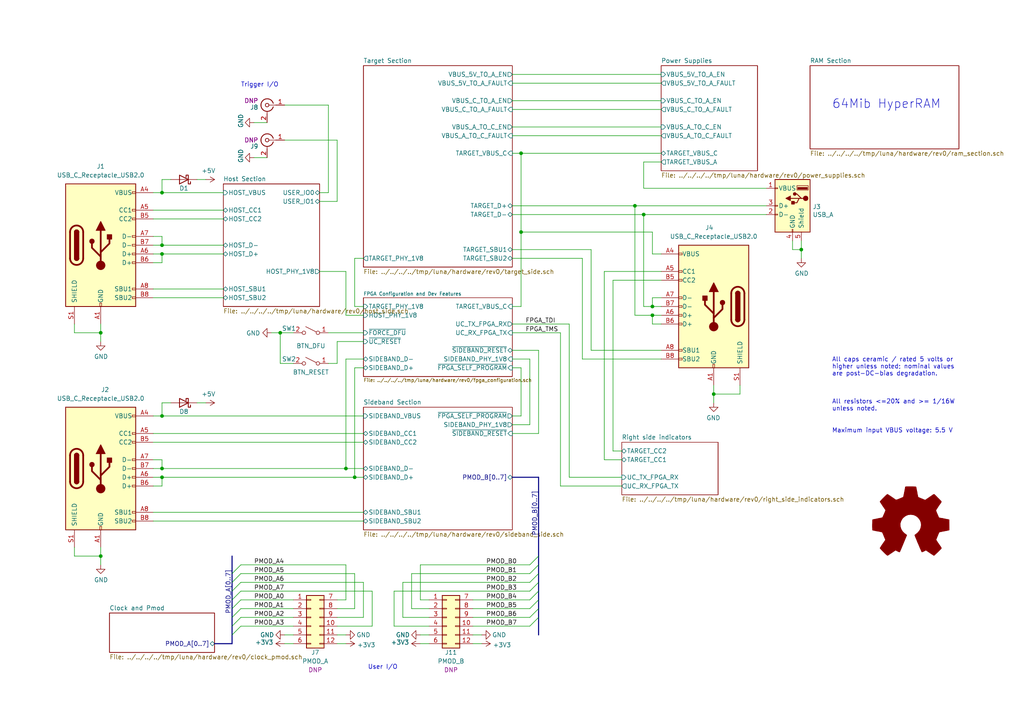
<source format=kicad_sch>
(kicad_sch (version 20230121) (generator eeschema)
  (paper "A4")
  (title_block (title "LUNA USB Multitool") (date "2021-03-10") (rev "r0") (company "Copyright 2019-2021 Great Scott Gadgets") (comment 1 "Katherine J. Temkin") (comment 3 "Licensed under the CERN-OHL-P v2"))
  (lib_symbols
    (symbol "Connector:Conn_Coaxial" (pin_names (offset 1.016) hide)
      (property "Reference" "J" (at 0.254 3.048 0))
      (property "Value" "Conn_Coaxial" (at 2.921 0 90))
      (symbol "Conn_Coaxial_0_1"
        (arc (start -1.778 -0.508) (mid 0.2311 -1.8066) (end 1.778 0) (stroke (width 0.254)))
        (polyline (pts (xy -2.54 0) (xy -0.508 0)))
        (polyline (pts (xy 0 -2.54) (xy 0 -1.778)))
        (circle (center 0 0) (radius 0.508) (stroke (width 0.2032)))
        (arc (start 1.778 0) (mid 0.2099 1.8101) (end -1.778 0.508) (stroke (width 0.254)))
      )
      (symbol "Conn_Coaxial_1_1"
        (pin passive line (at -5.08 0 0) (length 2.54) (name "In") (number "1"))
        (pin passive line (at 0 -5.08 90) (length 2.54) (name "Ext") (number "2"))
      )
    )
    (symbol "Connector_Generic:Conn_02x06_Top_Bottom" (pin_names (offset 1.016) hide)
      (property "Reference" "J" (at 1.27 7.62 0))
      (property "Value" "Conn_02x06_Top_Bottom" (at 1.27 -10.16 0))
      (symbol "Conn_02x06_Top_Bottom_1_1"
        (rectangle (start -1.27 -7.493) (end 0 -7.747) (stroke (width 0.1524)))
        (rectangle (start -1.27 -4.953) (end 0 -5.207) (stroke (width 0.1524)))
        (rectangle (start -1.27 -2.413) (end 0 -2.667) (stroke (width 0.1524)))
        (rectangle (start -1.27 0.127) (end 0 -0.127) (stroke (width 0.1524)))
        (rectangle (start -1.27 2.667) (end 0 2.413) (stroke (width 0.1524)))
        (rectangle (start -1.27 5.207) (end 0 4.953) (stroke (width 0.1524)))
        (rectangle (start -1.27 6.35) (end 3.81 -8.89) (stroke (width 0.254)) (fill (type background)))
        (rectangle (start 3.81 -7.493) (end 2.54 -7.747) (stroke (width 0.1524)))
        (rectangle (start 3.81 -4.953) (end 2.54 -5.207) (stroke (width 0.1524)))
        (rectangle (start 3.81 -2.413) (end 2.54 -2.667) (stroke (width 0.1524)))
        (rectangle (start 3.81 0.127) (end 2.54 -0.127) (stroke (width 0.1524)))
        (rectangle (start 3.81 2.667) (end 2.54 2.413) (stroke (width 0.1524)))
        (rectangle (start 3.81 5.207) (end 2.54 4.953) (stroke (width 0.1524)))
        (pin passive line (at -5.08 5.08 0) (length 3.81) (name "Pin_1") (number "1"))
        (pin passive line (at 7.62 -2.54 180) (length 3.81) (name "Pin_10") (number "10"))
        (pin passive line (at 7.62 -5.08 180) (length 3.81) (name "Pin_11") (number "11"))
        (pin passive line (at 7.62 -7.62 180) (length 3.81) (name "Pin_12") (number "12"))
        (pin passive line (at -5.08 2.54 0) (length 3.81) (name "Pin_2") (number "2"))
        (pin passive line (at -5.08 0 0) (length 3.81) (name "Pin_3") (number "3"))
        (pin passive line (at -5.08 -2.54 0) (length 3.81) (name "Pin_4") (number "4"))
        (pin passive line (at -5.08 -5.08 0) (length 3.81) (name "Pin_5") (number "5"))
        (pin passive line (at -5.08 -7.62 0) (length 3.81) (name "Pin_6") (number "6"))
        (pin passive line (at 7.62 5.08 180) (length 3.81) (name "Pin_7") (number "7"))
        (pin passive line (at 7.62 2.54 180) (length 3.81) (name "Pin_8") (number "8"))
        (pin passive line (at 7.62 0 180) (length 3.81) (name "Pin_9") (number "9"))
      )
    )
    (symbol "Device:D_Schottky" (pin_numbers hide) (pin_names (offset 1.016) hide)
      (property "Reference" "D" (at 0 2.54 0))
      (property "Value" "D_Schottky" (at 0 -2.54 0))
      (symbol "D_Schottky_0_1"
        (polyline (pts (xy 1.27 0) (xy -1.27 0)))
        (polyline (pts (xy 1.27 1.27) (xy 1.27 -1.27) (xy -1.27 0) (xy 1.27 1.27)) (stroke (width 0.254)))
        (polyline (pts (xy -1.905 0.635) (xy -1.905 1.27) (xy -1.27 1.27) (xy -1.27 -1.27) (xy -0.635 -1.27) (xy -0.635 -0.635)) (stroke (width 0.254)))
      )
      (symbol "D_Schottky_1_1"
        (pin passive line (at -3.81 0 0) (length 2.54) (name "K") (number "1"))
        (pin passive line (at 3.81 0 180) (length 2.54) (name "A") (number "2"))
      )
    )
    (symbol "Graphic:Logo_Open_Hardware_Large" (in_bom no) (on_board no)
      (symbol "Logo_Open_Hardware_Large_1_1"
        (polyline (pts (xy 6.731 -8.7122) (xy 6.6294 -8.6614) (xy 6.35 -8.4836) (xy 5.9944 -8.255) (xy 5.5372 -7.9502) (xy 5.1054 -7.6454) (xy 4.7498 -7.4168) (xy 4.4958 -7.239) (xy 4.3942 -7.1882) (xy 4.318 -7.2136) (xy 4.1148 -7.3152) (xy 3.81 -7.4676) (xy 3.6322 -7.5692) (xy 3.3528 -7.6708) (xy 3.2258 -7.6962) (xy 3.2004 -7.6708) (xy 3.0988 -7.4676) (xy 2.9464 -7.0866) (xy 2.7178 -6.604) (xy 2.4892 -6.0452) (xy 2.2352 -5.4356) (xy 1.9558 -4.826) (xy 1.7272 -4.2164) (xy 1.4986 -3.683) (xy 1.3208 -3.2512) (xy 1.2192 -2.9464) (xy 1.1684 -2.8194) (xy 1.1938 -2.794) (xy 1.3208 -2.667) (xy 1.5748 -2.4892) (xy 2.0828 -2.0574) (xy 2.6162 -1.397) (xy 2.921 -0.6604) (xy 3.048 0.1524) (xy 2.9464 0.9144) (xy 2.6416 1.6256) (xy 2.1336 2.286) (xy 1.524 2.7686) (xy 0.8128 3.0734) (xy 0 3.175) (xy -0.762 3.0988) (xy -1.4986 2.794) (xy -2.159 2.286) (xy -2.4384 1.9812) (xy -2.8194 1.3208) (xy -3.048 0.6096) (xy -3.0734 0.4318) (xy -3.0226 -0.3556) (xy -2.794 -1.0922) (xy -2.3876 -1.7526) (xy -1.8288 -2.3114) (xy -1.7526 -2.3622) (xy -1.4732 -2.5654) (xy -1.2954 -2.6924) (xy -1.1684 -2.8194) (xy -2.159 -5.207) (xy -2.3114 -5.588) (xy -2.5908 -6.2484) (xy -2.8194 -6.8072) (xy -3.0226 -7.2644) (xy -3.1496 -7.5692) (xy -3.2258 -7.6708) (xy -3.2258 -7.6962) (xy -3.302 -7.6962) (xy -3.4798 -7.6454) (xy -3.8354 -7.4676) (xy -4.0386 -7.366) (xy -4.2926 -7.239) (xy -4.4196 -7.1882) (xy -4.5212 -7.239) (xy -4.7498 -7.3914) (xy -5.1054 -7.6454) (xy -5.5372 -7.9248) (xy -5.9436 -8.2042) (xy -6.3246 -8.4582) (xy -6.604 -8.636) (xy -6.731 -8.7122) (xy -6.7564 -8.7122) (xy -6.858 -8.636) (xy -7.0866 -8.4582) (xy -7.4168 -8.1534) (xy -7.874 -7.6962) (xy -7.9502 -7.62) (xy -8.3312 -7.239) (xy -8.636 -6.9088) (xy -8.8392 -6.6802) (xy -8.9154 -6.5786) (xy -8.9154 -6.5786) (xy -8.8392 -6.4516) (xy -8.6614 -6.1722) (xy -8.4328 -5.7912) (xy -8.128 -5.3594) (xy -7.3152 -4.191) (xy -7.7724 -3.0988) (xy -7.8994 -2.7686) (xy -8.0772 -2.3622) (xy -8.2042 -2.0828) (xy -8.255 -1.9558) (xy -8.382 -1.905) (xy -8.6614 -1.8542) (xy -9.0932 -1.7526) (xy -9.6266 -1.651) (xy -10.1092 -1.5748) (xy -10.541 -1.4732) (xy -10.8712 -1.4224) (xy -11.0236 -1.397) (xy -11.049 -1.3716) (xy -11.0744 -1.2954) (xy -11.0998 -1.143) (xy -11.0998 -0.889) (xy -11.1252 -0.4572) (xy -11.1252 0.1524) (xy -11.1252 0.2286) (xy -11.0998 0.8128) (xy -11.0998 1.27) (xy -11.0744 1.5494) (xy -11.0744 1.6764) (xy -11.0744 1.6764) (xy -10.922 1.7018) (xy -10.6172 1.778) (xy -10.16 1.8542) (xy -9.652 1.9558) (xy -9.6012 1.9812) (xy -9.0932 2.0828) (xy -8.636 2.159) (xy -8.3312 2.2352) (xy -8.2042 2.286) (xy -8.1788 2.3114) (xy -8.0772 2.5146) (xy -7.9248 2.8448) (xy -7.747 3.2512) (xy -7.5692 3.6576) (xy -7.4168 4.0386) (xy -7.3152 4.318) (xy -7.2898 4.445) (xy -7.2898 4.445) (xy -7.366 4.572) (xy -7.5438 4.826) (xy -7.7978 5.207) (xy -8.128 5.6642) (xy -8.128 5.6896) (xy -8.4328 6.1468) (xy -8.6868 6.5278) (xy -8.8392 6.7818) (xy -8.9154 6.9088) (xy -8.9154 6.9088) (xy -8.8138 7.0358) (xy -8.5852 7.2898) (xy -8.255 7.6454) (xy -7.874 8.0264) (xy -7.747 8.1534) (xy -7.3152 8.5852) (xy -7.0104 8.8646) (xy -6.8326 8.9916) (xy -6.731 9.0424) (xy -6.731 9.0424) (xy -6.604 8.9408) (xy -6.3246 8.763) (xy -5.9436 8.509) (xy -5.4864 8.2042) (xy -5.461 8.1788) (xy -5.0038 7.874) (xy -4.6482 7.62) (xy -4.3688 7.4422) (xy -4.2672 7.3914) (xy -4.2418 7.3914) (xy -4.064 7.4422) (xy -3.7338 7.5438) (xy -3.3528 7.6962) (xy -2.9464 7.874) (xy -2.5654 8.0264) (xy -2.286 8.1534) (xy -2.159 8.2296) (xy -2.159 8.2296) (xy -2.1082 8.382) (xy -2.032 8.7122) (xy -1.9304 9.1694) (xy -1.8288 9.7282) (xy -1.8034 9.8044) (xy -1.7018 10.3378) (xy -1.6256 10.7696) (xy -1.5748 11.0744) (xy -1.524 11.2014) (xy -1.4478 11.2268) (xy -1.1938 11.2522) (xy -0.8128 11.2522) (xy -0.3302 11.2522) (xy 0.1524 11.2522) (xy 0.6604 11.2522) (xy 1.0668 11.2268) (xy 1.3716 11.2014) (xy 1.4986 11.176) (xy 1.4986 11.176) (xy 1.5494 11.0236) (xy 1.6256 10.6934) (xy 1.7018 10.2108) (xy 1.8288 9.6774) (xy 1.8288 9.5758) (xy 1.9304 9.0424) (xy 2.032 8.6106) (xy 2.0828 8.3058) (xy 2.1336 8.2042) (xy 2.159 8.1788) (xy 2.3876 8.0772) (xy 2.7432 7.9248) (xy 3.175 7.747) (xy 4.191 7.3406) (xy 5.461 8.2042) (xy 5.5626 8.2804) (xy 6.0198 8.5852) (xy 6.3754 8.8392) (xy 6.6294 8.9916) (xy 6.7564 9.0424) (xy 6.7564 9.0424) (xy 6.8834 8.9408) (xy 7.1374 8.7122) (xy 7.4676 8.382) (xy 7.8486 7.9756) (xy 8.1534 7.6962) (xy 8.4836 7.3406) (xy 8.7122 7.112) (xy 8.8392 6.9596) (xy 8.8646 6.858) (xy 8.8646 6.8072) (xy 8.7884 6.6802) (xy 8.6106 6.4008) (xy 8.3312 6.0198) (xy 8.0264 5.588) (xy 7.7978 5.207) (xy 7.5184 4.8006) (xy 7.3406 4.4958) (xy 7.2898 4.3434) (xy 7.2898 4.2926) (xy 7.3914 4.0386) (xy 7.5184 3.683) (xy 7.7216 3.2258) (xy 8.1534 2.2352) (xy 8.7884 2.1082) (xy 9.1948 2.0574) (xy 9.7536 1.9304) (xy 10.2616 1.8288) (xy 11.0998 1.6764) (xy 11.1252 -1.3208) (xy 10.9982 -1.3716) (xy 10.8712 -1.397) (xy 10.5664 -1.4732) (xy 10.1346 -1.5494) (xy 9.6266 -1.651) (xy 9.1948 -1.7272) (xy 8.7376 -1.8288) (xy 8.4328 -1.8796) (xy 8.2804 -1.905) (xy 8.255 -1.9558) (xy 8.1534 -2.159) (xy 7.9756 -2.5146) (xy 7.8232 -2.921) (xy 7.6454 -3.3274) (xy 7.493 -3.7338) (xy 7.366 -4.0132) (xy 7.3406 -4.191) (xy 7.3914 -4.2926) (xy 7.5692 -4.5466) (xy 7.7978 -4.9276) (xy 8.1026 -5.3594) (xy 8.4074 -5.7912) (xy 8.6614 -6.1722) (xy 8.8138 -6.4262) (xy 8.89 -6.5532) (xy 8.8646 -6.6548) (xy 8.6868 -6.858) (xy 8.3566 -7.1882) (xy 7.874 -7.6708) (xy 7.7978 -7.747) (xy 7.3914 -8.128) (xy 7.0612 -8.4328) (xy 6.8326 -8.636) (xy 6.731 -8.7122)) (fill (type outline)))
      )
    )
    (symbol "Switch:SW_SPST" (pin_names (offset 0) hide)
      (property "Reference" "SW" (at 0 3.175 0))
      (property "Value" "SW_SPST" (at 0 -2.54 0))
      (symbol "SW_SPST_0_0"
        (circle (center -2.032 0) (radius 0.508))
        (polyline (pts (xy -1.524 0.254) (xy 1.524 1.778)))
        (circle (center 2.032 0) (radius 0.508))
      )
      (symbol "SW_SPST_1_1"
        (pin passive line (at -5.08 0 0) (length 2.54) (name "A") (number "1"))
        (pin passive line (at 5.08 0 180) (length 2.54) (name "B") (number "2"))
      )
    )
    (symbol "luna_rev0-rescue:USB_A-Connector" (pin_names (offset 1.016))
      (property "Reference" "J" (at -5.08 11.43 0))
      (property "Value" "Connector_USB_A" (at -5.08 8.89 0))
      (symbol "USB_A-Connector_0_1"
        (rectangle (start -5.08 -7.62) (end 5.08 7.62) (stroke (width 0.254)) (fill (type background)))
        (circle (center -3.81 2.159) (radius 0.635) (stroke (width 0.254)) (fill (type outline)))
        (rectangle (start -1.524 4.826) (end -4.318 5.334) (fill (type outline)))
        (rectangle (start -1.27 4.572) (end -4.572 5.842))
        (circle (center -0.635 3.429) (radius 0.381) (stroke (width 0.254)) (fill (type outline)))
        (rectangle (start -0.127 -7.62) (end 0.127 -6.858))
        (polyline (pts (xy -3.175 2.159) (xy -2.54 2.159) (xy -1.27 3.429) (xy -0.635 3.429)) (stroke (width 0.254)))
        (polyline (pts (xy -2.54 2.159) (xy -1.905 2.159) (xy -1.27 0.889) (xy 0 0.889)) (stroke (width 0.254)))
        (polyline (pts (xy 0.635 2.794) (xy 0.635 1.524) (xy 1.905 2.159) (xy 0.635 2.794)) (stroke (width 0.254)) (fill (type outline)))
        (rectangle (start 0.254 1.27) (end -0.508 0.508) (stroke (width 0.254)) (fill (type outline)))
        (rectangle (start 5.08 -2.667) (end 4.318 -2.413))
        (rectangle (start 5.08 -0.127) (end 4.318 0.127))
        (rectangle (start 5.08 4.953) (end 4.318 5.207))
      )
      (symbol "USB_A-Connector_1_1"
        (polyline (pts (xy -1.905 2.159) (xy 0.635 2.159)) (stroke (width 0.254)))
        (pin power_in line (at 7.62 5.08 180) (length 2.54) (name "VBUS") (number "1"))
        (pin passive line (at 7.62 -2.54 180) (length 2.54) (name "D-") (number "2"))
        (pin passive line (at 7.62 0 180) (length 2.54) (name "D+") (number "3"))
        (pin power_in line (at 0 -10.16 90) (length 2.54) (name "GND") (number "4"))
        (pin passive line (at -2.54 -10.16 90) (length 2.54) (name "Shield") (number "5"))
      )
    )
    (symbol "luna_rev0-rescue:USB_C_Receptacle_USB2.0-Connector" (pin_names (offset 1.016))
      (property "Reference" "J" (at -10.16 19.05 0))
      (property "Value" "Connector_USB_C_Receptacle_USB2.0" (at 19.05 19.05 0))
      (symbol "USB_C_Receptacle_USB2.0-Connector_0_0"
        (rectangle (start -0.254 -17.78) (end 0.254 -16.764))
        (rectangle (start 10.16 -14.986) (end 9.144 -15.494))
        (rectangle (start 10.16 -12.446) (end 9.144 -12.954))
        (rectangle (start 10.16 -4.826) (end 9.144 -5.334))
        (rectangle (start 10.16 -2.286) (end 9.144 -2.794))
        (rectangle (start 10.16 0.254) (end 9.144 -0.254))
        (rectangle (start 10.16 2.794) (end 9.144 2.286))
        (rectangle (start 10.16 7.874) (end 9.144 7.366))
        (rectangle (start 10.16 10.414) (end 9.144 9.906))
        (rectangle (start 10.16 15.494) (end 9.144 14.986))
      )
      (symbol "USB_C_Receptacle_USB2.0-Connector_0_1"
        (rectangle (start -10.16 17.78) (end 10.16 -17.78) (stroke (width 0.254)) (fill (type background)))
        (arc (start -8.89 -3.81) (mid -6.985 -5.7067) (end -5.08 -3.81) (stroke (width 0.508)))
        (arc (start -7.62 -3.81) (mid -6.985 -4.4423) (end -6.35 -3.81) (stroke (width 0.254)))
        (arc (start -7.62 -3.81) (mid -6.985 -4.4423) (end -6.35 -3.81) (stroke (width 0.254)) (fill (type outline)))
        (rectangle (start -7.62 -3.81) (end -6.35 3.81) (stroke (width 0.254)) (fill (type outline)))
        (arc (start -6.35 3.81) (mid -6.985 4.4423) (end -7.62 3.81) (stroke (width 0.254)))
        (arc (start -6.35 3.81) (mid -6.985 4.4423) (end -7.62 3.81) (stroke (width 0.254)) (fill (type outline)))
        (arc (start -5.08 3.81) (mid -6.985 5.7067) (end -8.89 3.81) (stroke (width 0.508)))
        (circle (center -2.54 1.143) (radius 0.635) (stroke (width 0.254)) (fill (type outline)))
        (circle (center 0 -5.842) (radius 1.27) (fill (type outline)))
        (polyline (pts (xy -8.89 -3.81) (xy -8.89 3.81)) (stroke (width 0.508)))
        (polyline (pts (xy -5.08 3.81) (xy -5.08 -3.81)) (stroke (width 0.508)))
        (polyline (pts (xy 0 -5.842) (xy 0 4.318)) (stroke (width 0.508)))
        (polyline (pts (xy 0 -3.302) (xy -2.54 -0.762) (xy -2.54 0.508)) (stroke (width 0.508)))
        (polyline (pts (xy 0 -2.032) (xy 2.54 0.508) (xy 2.54 1.778)) (stroke (width 0.508)))
        (polyline (pts (xy -1.27 4.318) (xy 0 6.858) (xy 1.27 4.318) (xy -1.27 4.318)) (stroke (width 0.254)) (fill (type outline)))
        (rectangle (start 1.905 1.778) (end 3.175 3.048) (stroke (width 0.254)) (fill (type outline)))
      )
      (symbol "USB_C_Receptacle_USB2.0-Connector_1_1"
        (pin power_in line (at 0 -22.86 90) (length 5.08) (name "GND") (number "A1"))
        (pin passive line (at 0 -22.86 90) (length 5.08) hide (name "GND") (number "A12"))
        (pin power_in line (at 15.24 15.24 180) (length 5.08) (name "VBUS") (number "A4"))
        (pin bidirectional line (at 15.24 10.16 180) (length 5.08) (name "CC1") (number "A5"))
        (pin bidirectional line (at 15.24 -2.54 180) (length 5.08) (name "D+") (number "A6"))
        (pin bidirectional line (at 15.24 2.54 180) (length 5.08) (name "D-") (number "A7"))
        (pin bidirectional line (at 15.24 -12.7 180) (length 5.08) (name "SBU1") (number "A8"))
        (pin passive line (at 15.24 15.24 180) (length 5.08) hide (name "VBUS") (number "A9"))
        (pin passive line (at 0 -22.86 90) (length 5.08) hide (name "GND") (number "B1"))
        (pin passive line (at 0 -22.86 90) (length 5.08) hide (name "GND") (number "B12"))
        (pin passive line (at 15.24 15.24 180) (length 5.08) hide (name "VBUS") (number "B4"))
        (pin bidirectional line (at 15.24 7.62 180) (length 5.08) (name "CC2") (number "B5"))
        (pin bidirectional line (at 15.24 -5.08 180) (length 5.08) (name "D+") (number "B6"))
        (pin bidirectional line (at 15.24 0 180) (length 5.08) (name "D-") (number "B7"))
        (pin bidirectional line (at 15.24 -15.24 180) (length 5.08) (name "SBU2") (number "B8"))
        (pin passive line (at 15.24 15.24 180) (length 5.08) hide (name "VBUS") (number "B9"))
        (pin passive line (at -7.62 -22.86 90) (length 5.08) (name "SHIELD") (number "S1"))
      )
    )
    (symbol "power:+3V3" (power) (pin_names (offset 0))
      (property "Value" "+3V3" (at 0 3.556 0))
      (symbol "+3V3_0_1"
        (polyline (pts (xy -0.762 1.27) (xy 0 2.54)))
        (polyline (pts (xy 0 0) (xy 0 2.54)))
        (polyline (pts (xy 0 2.54) (xy 0.762 1.27)))
      )
      (symbol "+3V3_1_1"
        (pin power_in line (at 0 0 90) (length 0) hide (name "+3V3") (number "1"))
      )
    )
    (symbol "power:+5V" (power) (pin_names (offset 0))
      (property "Value" "+5V" (at 0 3.556 0))
      (symbol "+5V_0_1"
        (polyline (pts (xy -0.762 1.27) (xy 0 2.54)))
        (polyline (pts (xy 0 0) (xy 0 2.54)))
        (polyline (pts (xy 0 2.54) (xy 0.762 1.27)))
      )
      (symbol "+5V_1_1"
        (pin power_in line (at 0 0 90) (length 0) hide (name "+5V") (number "1"))
      )
    )
    (symbol "power:GND" (power) (pin_names (offset 0))
      (property "Value" "GND" (at 0 -3.81 0))
      (symbol "GND_0_1"
        (polyline (pts (xy 0 0) (xy 0 -1.27) (xy 1.27 -1.27) (xy 0 -2.54) (xy -1.27 -1.27) (xy 0 -1.27)))
      )
      (symbol "GND_1_1"
        (pin power_in line (at 0 0 270) (length 0) hide (name "GND") (number "1"))
      )
    )
  )
  (junction (at 186.69 62.23))
  (junction (at 102.87 138.43))
  (junction (at 46.99 138.43))
  (junction (at 29.21 96.52))
  (junction (at 232.41 72.39))
  (junction (at 151.13 44.45))
  (junction (at 29.21 161.29))
  (junction (at 46.99 73.66))
  (junction (at 189.23 88.9))
  (junction (at 151.13 67.31))
  (junction (at 46.99 135.89))
  (junction (at 46.99 55.88))
  (junction (at 207.01 114.3))
  (junction (at 81.28 96.52))
  (junction (at 184.15 59.69))
  (junction (at 189.23 91.44))
  (junction (at 100.33 135.89))
  (junction (at 46.99 71.12))
  (junction (at 46.99 120.65))
  (bus_entry (at 67.31 173.99) (size 2.54 -2.54))
  (bus_entry (at 156.21 179.07) (size -2.54 2.54))
  (bus_entry (at 67.31 176.53) (size 2.54 -2.54))
  (bus_entry (at 67.31 181.61) (size 2.54 -2.54))
  (bus_entry (at 156.21 173.99) (size -2.54 2.54))
  (bus_entry (at 67.31 168.91) (size 2.54 -2.54))
  (bus_entry (at 156.21 161.29) (size -2.54 2.54))
  (bus_entry (at 67.31 166.37) (size 2.54 -2.54))
  (bus_entry (at 67.31 179.07) (size 2.54 -2.54))
  (bus_entry (at 67.31 184.15) (size 2.54 -2.54))
  (bus_entry (at 156.21 166.37) (size -2.54 2.54))
  (bus_entry (at 156.21 176.53) (size -2.54 2.54))
  (bus_entry (at 156.21 168.91) (size -2.54 2.54))
  (bus_entry (at 156.21 163.83) (size -2.54 2.54))
  (bus_entry (at 156.21 171.45) (size -2.54 2.54))
  (bus_entry (at 67.31 171.45) (size 2.54 -2.54))
  (wire (pts (xy 29.21 161.29) (xy 29.21 158.75)))
  (bus (pts (xy 67.31 184.15) (xy 67.31 186.69)))
  (bus (pts (xy 67.31 179.07) (xy 67.31 181.61)))
  (wire (pts (xy 85.09 181.61) (xy 69.85 181.61)))
  (wire (pts (xy 162.56 140.97) (xy 162.56 96.52)))
  (wire (pts (xy 95.25 55.88) (xy 95.25 30.48)))
  (wire (pts (xy 29.21 161.29) (xy 21.59 161.29)))
  (wire (pts (xy 148.59 24.13) (xy 191.77 24.13)))
  (wire (pts (xy 151.13 67.31) (xy 151.13 44.45)))
  (wire (pts (xy 186.69 54.61) (xy 222.25 54.61)))
  (bus (pts (xy 62.23 186.69) (xy 67.31 186.69)))
  (wire (pts (xy 49.53 52.07) (xy 46.99 52.07)))
  (bus (pts (xy 148.59 138.43) (xy 156.21 138.43)))
  (wire (pts (xy 151.13 88.9) (xy 148.59 88.9)))
  (wire (pts (xy 151.13 106.68) (xy 148.59 106.68)))
  (wire (pts (xy 97.79 186.69) (xy 100.33 186.69)))
  (wire (pts (xy 153.67 171.45) (xy 114.3 171.45)))
  (wire (pts (xy 162.56 140.97) (xy 180.34 140.97)))
  (wire (pts (xy 105.41 91.44) (xy 100.33 91.44)))
  (wire (pts (xy 21.59 93.98) (xy 21.59 96.52)))
  (wire (pts (xy 69.85 168.91) (xy 105.41 168.91)))
  (wire (pts (xy 191.77 91.44) (xy 189.23 91.44)))
  (wire (pts (xy 29.21 96.52) (xy 29.21 99.06)))
  (wire (pts (xy 69.85 163.83) (xy 100.33 163.83)))
  (wire (pts (xy 44.45 83.82) (xy 64.77 83.82)))
  (wire (pts (xy 92.71 55.88) (xy 95.25 55.88)))
  (bus (pts (xy 67.31 161.29) (xy 67.31 166.37)))
  (wire (pts (xy 153.67 173.99) (xy 137.16 173.99)))
  (wire (pts (xy 151.13 44.45) (xy 191.77 44.45)))
  (wire (pts (xy 81.28 96.52) (xy 85.09 96.52)))
  (wire (pts (xy 153.67 123.19) (xy 148.59 123.19)))
  (wire (pts (xy 114.3 181.61) (xy 124.46 181.61)))
  (wire (pts (xy 171.45 101.6) (xy 191.77 101.6)))
  (wire (pts (xy 73.66 45.72) (xy 77.47 45.72)))
  (wire (pts (xy 189.23 67.31) (xy 151.13 67.31)))
  (wire (pts (xy 49.53 116.84) (xy 46.99 116.84)))
  (wire (pts (xy 184.15 91.44) (xy 189.23 91.44)))
  (wire (pts (xy 186.69 46.99) (xy 191.77 46.99)))
  (wire (pts (xy 105.41 96.52) (xy 95.25 96.52)))
  (wire (pts (xy 44.45 68.58) (xy 46.99 68.58)))
  (wire (pts (xy 177.8 130.81) (xy 180.34 130.81)))
  (wire (pts (xy 148.59 125.73) (xy 156.21 125.73)))
  (wire (pts (xy 100.33 173.99) (xy 97.79 173.99)))
  (wire (pts (xy 189.23 88.9) (xy 189.23 86.36)))
  (wire (pts (xy 95.25 105.41) (xy 97.79 105.41)))
  (wire (pts (xy 171.45 72.39) (xy 171.45 101.6)))
  (wire (pts (xy 232.41 74.93) (xy 232.41 72.39)))
  (wire (pts (xy 165.1 138.43) (xy 180.34 138.43)))
  (wire (pts (xy 186.69 54.61) (xy 186.69 46.99)))
  (wire (pts (xy 44.45 76.2) (xy 46.99 76.2)))
  (wire (pts (xy 46.99 140.97) (xy 44.45 140.97)))
  (wire (pts (xy 162.56 96.52) (xy 148.59 96.52)))
  (wire (pts (xy 64.77 63.5) (xy 44.45 63.5)))
  (wire (pts (xy 102.87 88.9) (xy 105.41 88.9)))
  (wire (pts (xy 148.59 44.45) (xy 151.13 44.45)))
  (wire (pts (xy 139.7 186.69) (xy 137.16 186.69)))
  (bus (pts (xy 156.21 168.91) (xy 156.21 171.45)))
  (wire (pts (xy 107.95 171.45) (xy 107.95 181.61)))
  (wire (pts (xy 148.59 31.75) (xy 191.77 31.75)))
  (wire (pts (xy 116.84 168.91) (xy 153.67 168.91)))
  (wire (pts (xy 100.33 163.83) (xy 100.33 173.99)))
  (wire (pts (xy 124.46 176.53) (xy 119.38 176.53)))
  (wire (pts (xy 151.13 88.9) (xy 151.13 67.31)))
  (wire (pts (xy 64.77 86.36) (xy 44.45 86.36)))
  (wire (pts (xy 229.87 72.39) (xy 232.41 72.39)))
  (wire (pts (xy 121.92 163.83) (xy 153.67 163.83)))
  (wire (pts (xy 44.45 133.35) (xy 46.99 133.35)))
  (wire (pts (xy 46.99 138.43) (xy 46.99 140.97)))
  (bus (pts (xy 156.21 176.53) (xy 156.21 179.07)))
  (wire (pts (xy 59.69 52.07) (xy 57.15 52.07)))
  (wire (pts (xy 97.79 40.64) (xy 97.79 58.42)))
  (wire (pts (xy 175.26 133.35) (xy 175.26 78.74)))
  (wire (pts (xy 175.26 78.74) (xy 191.77 78.74)))
  (wire (pts (xy 105.41 151.13) (xy 44.45 151.13)))
  (wire (pts (xy 105.41 104.14) (xy 100.33 104.14)))
  (wire (pts (xy 64.77 71.12) (xy 46.99 71.12)))
  (wire (pts (xy 148.59 120.65) (xy 151.13 120.65)))
  (wire (pts (xy 191.77 104.14) (xy 168.91 104.14)))
  (wire (pts (xy 100.33 184.15) (xy 97.79 184.15)))
  (wire (pts (xy 148.59 39.37) (xy 191.77 39.37)))
  (wire (pts (xy 191.77 81.28) (xy 177.8 81.28)))
  (wire (pts (xy 102.87 74.93) (xy 105.41 74.93)))
  (wire (pts (xy 92.71 78.74) (xy 100.33 78.74)))
  (wire (pts (xy 124.46 173.99) (xy 121.92 173.99)))
  (wire (pts (xy 97.79 181.61) (xy 107.95 181.61)))
  (wire (pts (xy 81.28 96.52) (xy 81.28 105.41)))
  (bus (pts (xy 67.31 171.45) (xy 67.31 173.99)))
  (wire (pts (xy 168.91 74.93) (xy 148.59 74.93)))
  (wire (pts (xy 46.99 55.88) (xy 44.45 55.88)))
  (wire (pts (xy 105.41 168.91) (xy 105.41 179.07)))
  (wire (pts (xy 102.87 138.43) (xy 105.41 138.43)))
  (wire (pts (xy 46.99 133.35) (xy 46.99 135.89)))
  (wire (pts (xy 97.79 105.41) (xy 97.79 99.06)))
  (wire (pts (xy 116.84 179.07) (xy 116.84 168.91)))
  (wire (pts (xy 46.99 135.89) (xy 100.33 135.89)))
  (wire (pts (xy 124.46 184.15) (xy 121.92 184.15)))
  (wire (pts (xy 46.99 116.84) (xy 46.99 120.65)))
  (wire (pts (xy 191.77 21.59) (xy 148.59 21.59)))
  (wire (pts (xy 64.77 55.88) (xy 46.99 55.88)))
  (wire (pts (xy 191.77 88.9) (xy 189.23 88.9)))
  (wire (pts (xy 102.87 138.43) (xy 102.87 106.68)))
  (bus (pts (xy 156.21 173.99) (xy 156.21 176.53)))
  (wire (pts (xy 102.87 88.9) (xy 102.87 74.93)))
  (bus (pts (xy 67.31 168.91) (xy 67.31 171.45)))
  (wire (pts (xy 100.33 104.14) (xy 100.33 135.89)))
  (wire (pts (xy 44.45 120.65) (xy 46.99 120.65)))
  (wire (pts (xy 46.99 52.07) (xy 46.99 55.88)))
  (wire (pts (xy 214.63 114.3) (xy 214.63 111.76)))
  (wire (pts (xy 102.87 106.68) (xy 105.41 106.68)))
  (wire (pts (xy 207.01 116.84) (xy 207.01 114.3)))
  (bus (pts (xy 156.21 163.83) (xy 156.21 166.37)))
  (wire (pts (xy 207.01 114.3) (xy 207.01 111.76)))
  (wire (pts (xy 105.41 179.07) (xy 97.79 179.07)))
  (wire (pts (xy 121.92 173.99) (xy 121.92 163.83)))
  (bus (pts (xy 156.21 179.07) (xy 156.21 184.15)))
  (wire (pts (xy 102.87 176.53) (xy 102.87 166.37)))
  (wire (pts (xy 148.59 72.39) (xy 171.45 72.39)))
  (wire (pts (xy 186.69 88.9) (xy 189.23 88.9)))
  (wire (pts (xy 156.21 101.6) (xy 148.59 101.6)))
  (wire (pts (xy 44.45 125.73) (xy 105.41 125.73)))
  (wire (pts (xy 46.99 73.66) (xy 64.77 73.66)))
  (wire (pts (xy 153.67 179.07) (xy 137.16 179.07)))
  (wire (pts (xy 21.59 161.29) (xy 21.59 158.75)))
  (wire (pts (xy 29.21 93.98) (xy 29.21 96.52)))
  (wire (pts (xy 189.23 86.36) (xy 191.77 86.36)))
  (wire (pts (xy 44.45 135.89) (xy 46.99 135.89)))
  (wire (pts (xy 124.46 186.69) (xy 121.92 186.69)))
  (wire (pts (xy 222.25 59.69) (xy 184.15 59.69)))
  (wire (pts (xy 148.59 93.98) (xy 165.1 93.98)))
  (wire (pts (xy 148.59 59.69) (xy 184.15 59.69)))
  (bus (pts (xy 156.21 171.45) (xy 156.21 173.99)))
  (wire (pts (xy 97.79 176.53) (xy 102.87 176.53)))
  (wire (pts (xy 97.79 58.42) (xy 92.71 58.42)))
  (wire (pts (xy 148.59 104.14) (xy 153.67 104.14)))
  (wire (pts (xy 46.99 120.65) (xy 105.41 120.65)))
  (wire (pts (xy 82.55 186.69) (xy 85.09 186.69)))
  (wire (pts (xy 85.09 184.15) (xy 82.55 184.15)))
  (wire (pts (xy 222.25 62.23) (xy 186.69 62.23)))
  (wire (pts (xy 139.7 184.15) (xy 137.16 184.15)))
  (wire (pts (xy 189.23 93.98) (xy 191.77 93.98)))
  (wire (pts (xy 229.87 69.85) (xy 229.87 72.39)))
  (wire (pts (xy 119.38 166.37) (xy 153.67 166.37)))
  (bus (pts (xy 67.31 166.37) (xy 67.31 168.91)))
  (bus (pts (xy 67.31 173.99) (xy 67.31 176.53)))
  (wire (pts (xy 46.99 76.2) (xy 46.99 73.66)))
  (wire (pts (xy 69.85 173.99) (xy 85.09 173.99)))
  (wire (pts (xy 59.69 116.84) (xy 57.15 116.84)))
  (wire (pts (xy 156.21 125.73) (xy 156.21 101.6)))
  (wire (pts (xy 100.33 78.74) (xy 100.33 91.44)))
  (wire (pts (xy 232.41 72.39) (xy 232.41 69.85)))
  (wire (pts (xy 21.59 96.52) (xy 29.21 96.52)))
  (wire (pts (xy 95.25 30.48) (xy 82.55 30.48)))
  (wire (pts (xy 189.23 91.44) (xy 189.23 93.98)))
  (wire (pts (xy 180.34 133.35) (xy 175.26 133.35)))
  (wire (pts (xy 46.99 138.43) (xy 102.87 138.43)))
  (wire (pts (xy 44.45 73.66) (xy 46.99 73.66)))
  (wire (pts (xy 153.67 104.14) (xy 153.67 123.19)))
  (wire (pts (xy 191.77 73.66) (xy 189.23 73.66)))
  (wire (pts (xy 85.09 176.53) (xy 69.85 176.53)))
  (wire (pts (xy 29.21 163.83) (xy 29.21 161.29)))
  (wire (pts (xy 69.85 179.07) (xy 85.09 179.07)))
  (wire (pts (xy 165.1 93.98) (xy 165.1 138.43)))
  (wire (pts (xy 100.33 135.89) (xy 105.41 135.89)))
  (wire (pts (xy 119.38 176.53) (xy 119.38 166.37)))
  (wire (pts (xy 207.01 114.3) (xy 214.63 114.3)))
  (wire (pts (xy 114.3 171.45) (xy 114.3 181.61)))
  (bus (pts (xy 156.21 138.43) (xy 156.21 161.29)))
  (wire (pts (xy 44.45 128.27) (xy 105.41 128.27)))
  (wire (pts (xy 151.13 120.65) (xy 151.13 106.68)))
  (bus (pts (xy 67.31 176.53) (xy 67.31 179.07)))
  (wire (pts (xy 184.15 59.69) (xy 184.15 91.44)))
  (wire (pts (xy 186.69 62.23) (xy 186.69 88.9)))
  (wire (pts (xy 44.45 148.59) (xy 105.41 148.59)))
  (wire (pts (xy 44.45 60.96) (xy 64.77 60.96)))
  (wire (pts (xy 102.87 166.37) (xy 69.85 166.37)))
  (wire (pts (xy 73.66 35.56) (xy 77.47 35.56)))
  (bus (pts (xy 156.21 166.37) (xy 156.21 168.91)))
  (wire (pts (xy 46.99 68.58) (xy 46.99 71.12)))
  (bus (pts (xy 67.31 181.61) (xy 67.31 184.15)))
  (wire (pts (xy 177.8 81.28) (xy 177.8 130.81)))
  (wire (pts (xy 44.45 138.43) (xy 46.99 138.43)))
  (wire (pts (xy 168.91 104.14) (xy 168.91 74.93)))
  (wire (pts (xy 78.74 96.52) (xy 81.28 96.52)))
  (wire (pts (xy 124.46 179.07) (xy 116.84 179.07)))
  (wire (pts (xy 81.28 105.41) (xy 85.09 105.41)))
  (wire (pts (xy 191.77 36.83) (xy 148.59 36.83)))
  (wire (pts (xy 97.79 99.06) (xy 105.41 99.06)))
  (wire (pts (xy 107.95 171.45) (xy 69.85 171.45)))
  (wire (pts (xy 46.99 71.12) (xy 44.45 71.12)))
  (wire (pts (xy 137.16 181.61) (xy 153.67 181.61)))
  (wire (pts (xy 82.55 40.64) (xy 97.79 40.64)))
  (wire (pts (xy 137.16 176.53) (xy 153.67 176.53)))
  (wire (pts (xy 186.69 62.23) (xy 148.59 62.23)))
  (bus (pts (xy 156.21 161.29) (xy 156.21 163.83)))
  (wire (pts (xy 189.23 73.66) (xy 189.23 67.31)))
  (wire (pts (xy 191.77 29.21) (xy 148.59 29.21)))
  (text "Trigger I/O" (at 69.85 25.4 0) (effects (font (size 1.27 1.27)) (justify left bottom)))
  (text "User I/O" (at 106.68 194.31 0) (effects (font (size 1.27 1.27)) (justify left bottom)))
  (text "64Mib HyperRAM" (at 241.3 31.75 0) (effects (font (size 2.54 2.54)) (justify left bottom)))
  (text "All resistors <=20% and >= 1/16W\nunless noted." (at 241.3 119.38 0) (effects (font (size 1.27 1.27)) (justify left bottom)))
  (text "Maximum input VBUS voltage: 5.5 V" (at 241.3 125.73 0) (effects (font (size 1.27 1.27)) (justify left bottom)))
  (text "All caps ceramic / rated 5 volts or\nhigher unless noted; nominal values\nare post-DC-bias degradation." (at 241.3 109.22 0) (effects (font (size 1.27 1.27)) (justify left bottom)))
  (label "PMOD_B[0..7]" (at 156.21 142.24 270))
  (label "PMOD_A6" (at 73.66 168.91 0))
  (label "PMOD_A4" (at 73.66 163.83 0))
  (label "FPGA_TDI" (at 152.4 93.98 0))
  (label "PMOD_B7" (at 140.97 181.61 0))
  (label "PMOD_B4" (at 140.97 173.99 0))
  (label "PMOD_A3" (at 73.66 181.61 0))
  (label "PMOD_B2" (at 140.97 168.91 0))
  (label "FPGA_TMS" (at 152.4 96.52 0))
  (label "PMOD_B3" (at 140.97 171.45 0))
  (label "PMOD_B0" (at 140.97 163.83 0))
  (label "PMOD_B5" (at 140.97 176.53 0))
  (label "PMOD_A0" (at 73.66 173.99 0))
  (label "PMOD_A[0..7]" (at 67.31 165.1 270))
  (label "PMOD_B6" (at 140.97 179.07 0))
  (label "PMOD_A2" (at 73.66 179.07 0))
  (label "PMOD_A7" (at 73.66 171.45 0))
  (label "PMOD_A1" (at 73.66 176.53 0))
  (label "PMOD_B1" (at 140.97 166.37 0))
  (label "PMOD_A5" (at 73.66 166.37 0))
  (symbol (lib_id "Device:D_Schottky") (at 53.34 116.84 180) (unit 1)
    (property "Reference" "D8" (at 53.34 119.38 0))
    (property "Value" "PMEG3050EP,115" (effects hide))
    (property "Footprint" "luna:SOD128" (effects hide))
    (property "Manufacturer" "Nexperia" (effects hide))
    (property "Part Number" "PMEG3050EP,115" (effects hide))
    (property "Description" "DIODE SCHOTTKY 30V 5A SOD128" (effects hide))
  )
  (symbol (lib_id "power:+5V") (at 59.69 116.84 270) (unit 1)
    (property "Reference" "#PWR05" (effects hide))
    (property "Value" "+5V" (at 58.42 114.3 90) (effects (justify left)))
  )
  (symbol (lib_id "power:GND") (at 29.21 99.06 0) (unit 1)
    (property "Reference" "#PWR01" (effects hide))
    (property "Value" "GND" (at 29.3116 103.4288 0))
  )
  (symbol (lib_id "power:GND") (at 207.01 116.84 0) (mirror y) (unit 1)
    (property "Reference" "#PWR09" (effects hide))
    (property "Value" "GND" (at 206.9084 121.2088 0))
  )
  (symbol (lib_id "luna_rev0-rescue:USB_A-Connector") (at 229.87 59.69 0) (mirror y) (unit 1)
    (property "Reference" "J3" (at 235.6866 59.9694 0) (effects (justify right)))
    (property "Value" "USB_A" (at 235.6866 62.2554 0) (effects (justify right)))
    (property "Footprint" "luna:USB_A_Kycon_KUSBXHT-SB-AS1N-B30-NF_Horizontal" (effects hide))
    (property "Datasheet" " ~" (effects hide))
    (property "Description" "USB A TYPE RECEPTACLE, SHORT BODY" (effects hide))
    (property "Manufacturer" "Jing Extension of the Electronic Co." (effects hide))
    (property "Part Number" "C42411" (effects hide))
    (property "Substitution" "Kycon KUSBXHT-SB-AS1N-B30-NF, Tensility 54-00015, GCT USB1125-GF-B" (effects hide))
  )
  (symbol (lib_id "power:GND") (at 232.41 74.93 0) (unit 1)
    (property "Reference" "#PWR08" (effects hide))
    (property "Value" "GND" (at 232.5116 79.2988 0))
  )
  (symbol (lib_id "Device:D_Schottky") (at 53.34 52.07 180) (unit 1)
    (property "Reference" "D1" (at 53.34 54.61 0))
    (property "Value" "PMEG3050EP,115" (effects hide))
    (property "Footprint" "luna:SOD128" (effects hide))
    (property "Manufacturer" "Nexperia" (effects hide))
    (property "Part Number" "PMEG3050EP,115" (effects hide))
    (property "Description" "DIODE SCHOTTKY 30V 5A SOD128" (effects hide))
  )
  (symbol (lib_id "Switch:SW_SPST") (at 90.17 96.52 0) (mirror y) (unit 1)
    (property "Reference" "SW1" (at 83.82 95.25 0))
    (property "Value" "BTN_DFU" (at 90.17 100.33 0))
    (property "Footprint" "luna:SW_Tactile_SPST_Angled_TC-1109DE-B-F" (effects hide))
    (property "Description" "SWITCH TACTILE SPST-NO 0.05A 12V" (effects hide))
    (property "Manufacturer" "XKB" (effects hide))
    (property "Part Number" "TC-1109DE-B-F" (effects hide))
  )
  (symbol (lib_id "power:GND") (at 82.55 184.15 270) (unit 1)
    (property "Reference" "#PWR0110" (effects hide))
    (property "Value" "GND" (at 77.47 184.15 90))
  )
  (symbol (lib_id "Switch:SW_SPST") (at 90.17 105.41 0) (mirror y) (unit 1)
    (property "Reference" "SW2" (at 83.82 104.14 0))
    (property "Value" "BTN_RESET" (at 90.17 107.95 0))
    (property "Footprint" "luna:SW_Tactile_SPST_Angled_TC-1109DE-B-F" (effects hide))
    (property "Description" "SWITCH TACTILE SPST-NO 0.05A 12V" (effects hide))
    (property "Manufacturer" "XKB" (effects hide))
    (property "Part Number" "TC-1109DE-B-F" (effects hide))
  )
  (symbol (lib_id "power:+5V") (at 59.69 52.07 270) (unit 1)
    (property "Reference" "#PWR0113" (effects hide))
    (property "Value" "+5V" (at 58.42 49.53 90) (effects (justify left)))
  )
  (symbol (lib_id "power:GND") (at 78.74 96.52 270) (unit 1)
    (property "Reference" "#PWR0102" (effects hide))
    (property "Value" "GND" (at 75.4888 96.6216 90) (effects (justify right)))
  )
  (symbol (lib_id "Graphic:Logo_Open_Hardware_Large") (at 264.16 152.4 0) (unit 1)
    (property "Reference" "#LOGO1" (effects hide))
    (property "Value" "Logo_Open_Hardware_Large" (effects hide))
  )
  (symbol (lib_id "luna_rev0-rescue:USB_C_Receptacle_USB2.0-Connector") (at 29.21 71.12 0) (unit 1)
    (property "Reference" "J1" (at 29.21 48.26 0))
    (property "Value" "USB_C_Receptacle_USB2.0" (at 29.21 50.8 0))
    (property "Footprint" "luna:USB_C_Receptacle_HRO_TYPE-C-31-M-12" (effects hide))
    (property "Description" "CONN RCPT USB2.0 TYPE-C 16POS" (effects hide))
    (property "Manufacturer" "XKB" (effects hide))
    (property "Part Number" "U262-161N-4BVC11" (effects hide))
    (property "Substitution" "HRO TYPE-C-31-M-12, GCT USB4105-GF-A, Cvilux USA CU3216SASDLR009-NH" (effects hide))
  )
  (symbol (lib_id "luna_rev0-rescue:USB_C_Receptacle_USB2.0-Connector") (at 207.01 88.9 0) (mirror y) (unit 1)
    (property "Reference" "J4" (at 205.74 66.04 0))
    (property "Value" "USB_C_Receptacle_USB2.0" (at 207.01 68.58 0))
    (property "Footprint" "luna:USB_C_Receptacle_HRO_TYPE-C-31-M-12" (effects hide))
    (property "Description" "CONN RCPT USB2.0 TYPE-C 16POS" (effects hide))
    (property "Manufacturer" "XKB" (effects hide))
    (property "Part Number" "U262-161N-4BVC11" (effects hide))
    (property "Substitution" "HRO TYPE-C-31-M-12, GCT USB4105-GF-A, Cvilux USA CU3216SASDLR009-NH" (effects hide))
  )
  (symbol (lib_id "luna_rev0-rescue:USB_C_Receptacle_USB2.0-Connector") (at 29.21 135.89 0) (unit 1)
    (property "Reference" "J2" (at 30.48 113.03 0))
    (property "Value" "USB_C_Receptacle_USB2.0" (at 29.21 115.57 0))
    (property "Footprint" "luna:USB_C_Receptacle_HRO_TYPE-C-31-M-12" (effects hide))
    (property "Description" "CONN RCPT USB2.0 TYPE-C 16POS" (effects hide))
    (property "Manufacturer" "XKB" (effects hide))
    (property "Part Number" "U262-161N-4BVC11" (effects hide))
    (property "Substitution" "HRO TYPE-C-31-M-12, GCT USB4105-GF-A, Cvilux USA CU3216SASDLR009-NH" (effects hide))
  )
  (symbol (lib_id "power:GND") (at 29.21 163.83 0) (unit 1)
    (property "Reference" "#PWR0125" (effects hide))
    (property "Value" "GND" (at 29.3116 168.1988 0))
  )
  (symbol (lib_id "Connector:Conn_Coaxial") (at 77.47 30.48 0) (mirror y) (unit 1)
    (property "Reference" "J8" (at 74.93 31.1404 0) (effects (justify left)))
    (property "Value" "Conn_Coaxial" (effects hide))
    (property "Footprint" "luna:SMA-EDGE" (effects hide))
    (property "Datasheet" " ~" (effects hide))
    (property "Note" "DNP" (at 74.93 29.21 0) (effects (justify left)))
  )
  (symbol (lib_id "power:GND") (at 73.66 45.72 270) (mirror x) (unit 1)
    (property "Reference" "#PWR0104" (effects hide))
    (property "Value" "GND" (at 69.85 43.18 0) (effects (justify right)))
  )
  (symbol (lib_id "power:GND") (at 73.66 35.56 270) (mirror x) (unit 1)
    (property "Reference" "#PWR0106" (effects hide))
    (property "Value" "GND" (at 69.85 33.02 0) (effects (justify right)))
  )
  (symbol (lib_id "Connector:Conn_Coaxial") (at 77.47 40.64 0) (mirror y) (unit 1)
    (property "Reference" "J9" (at 74.9554 42.4434 0) (effects (justify left)))
    (property "Value" "Conn_Coaxial" (effects hide))
    (property "Footprint" "luna:SMA-EDGE" (effects hide))
    (property "Datasheet" " ~" (effects hide))
    (property "Note" "DNP" (at 74.93 40.64 0) (effects (justify left)))
  )
  (symbol (lib_id "Connector_Generic:Conn_02x06_Top_Bottom") (at 129.54 179.07 0) (unit 1)
    (property "Reference" "J11" (at 130.81 189.23 0))
    (property "Value" "PMOD_B" (at 130.81 191.77 0))
    (property "Footprint" "luna:PinSocket_2x06_P2.54mm_PMOD" (effects hide))
    (property "Note" "DNP" (at 130.81 194.31 0))
  )
  (symbol (lib_id "power:+3V3") (at 121.92 186.69 90) (unit 1)
    (property "Reference" "#PWR0123" (effects hide))
    (property "Value" "+3V3" (at 118.6688 186.309 90) (effects (justify left)))
  )
  (symbol (lib_id "power:+3V3") (at 139.7 186.69 270) (unit 1)
    (property "Reference" "#PWR0130" (effects hide))
    (property "Value" "+3V3" (at 142.9512 187.071 90) (effects (justify left)))
  )
  (symbol (lib_id "power:GND") (at 121.92 184.15 270) (unit 1)
    (property "Reference" "#PWR0132" (effects hide))
    (property "Value" "GND" (at 116.84 184.15 90))
  )
  (symbol (lib_id "power:GND") (at 139.7 184.15 90) (unit 1)
    (property "Reference" "#PWR0134" (effects hide))
    (property "Value" "GND" (at 144.78 184.15 90))
  )
  (symbol (lib_id "Connector_Generic:Conn_02x06_Top_Bottom") (at 90.17 179.07 0) (unit 1)
    (property "Reference" "J7" (at 91.44 189.23 0))
    (property "Value" "PMOD_A" (at 91.44 191.77 0))
    (property "Footprint" "luna:PinSocket_2x06_P2.54mm_PMOD" (effects hide))
    (property "Note" "DNP" (at 91.44 194.31 0))
  )
  (symbol (lib_id "power:+3V3") (at 82.55 186.69 90) (unit 1)
    (property "Reference" "#PWR0120" (effects hide))
    (property "Value" "+3V3" (at 79.2988 186.309 90) (effects (justify left)))
  )
  (symbol (lib_id "power:+3V3") (at 100.33 186.69 270) (unit 1)
    (property "Reference" "#PWR0121" (effects hide))
    (property "Value" "+3V3" (at 103.5812 187.071 90) (effects (justify left)))
  )
  (symbol (lib_id "power:GND") (at 100.33 184.15 90) (unit 1)
    (property "Reference" "#PWR0111" (effects hide))
    (property "Value" "GND" (at 105.41 184.15 90))
  )
  (sheet (at 191.77 19.05) (size 27.94 30.48)
    (property "Sheetname" "Power Supplies" (at 191.77 18.3384 0) (effects (justify left bottom)))
    (property "Sheetfile" "../../../../tmp/luna/hardware/rev0/power_supplies.sch" (at 191.77 50.1146 0) (effects (justify left top)))
    (pin "VBUS_A_TO_C_FAULT" output (at 191.77 39.37 180))
    (pin "TARGET_VBUS_A" output (at 191.77 46.99 180))
    (pin "TARGET_VBUS_C" bidirectional (at 191.77 44.45 180))
    (pin "VBUS_A_TO_C_EN" input (at 191.77 36.83 180))
    (pin "VBUS_C_TO_A_FAULT" output (at 191.77 31.75 180))
    (pin "VBUS_C_TO_A_EN" input (at 191.77 29.21 180))
    (pin "VBUS_5V_TO_A_FAULT" output (at 191.77 24.13 180))
    (pin "VBUS_5V_TO_A_EN" input (at 191.77 21.59 180))
  )
  (sheet (at 105.41 86.36) (size 43.18 22.86)
    (property "Sheetname" "FPGA Configuration and Dev Features" (at 105.41 85.7881 0) (effects (font (size 0.9906 0.9906)) (justify left bottom)))
    (property "Sheetfile" "../../../../tmp/luna/hardware/rev0/fpga_configuration.sch" (at 105.41 109.6928 0) (effects (font (size 0.9906 0.9906)) (justify left top)))
    (pin "SIDEBAND_D-" bidirectional (at 105.41 104.14 180))
    (pin "SIDEBAND_D+" bidirectional (at 105.41 106.68 180))
    (pin "SIDEBAND_PHY_1V8" input (at 148.59 104.14 0))
    (pin "HOST_PHY_1V8" input (at 105.41 91.44 180))
    (pin "TARGET_PHY_1V8" input (at 105.41 88.9 180))
    (pin "UC_TX_FPGA_RX" output (at 148.59 93.98 0))
    (pin "UC_RX_FPGA_TX" input (at 148.59 96.52 0))
    (pin "~{FPGA_SELF_PROGRAM}" input (at 148.59 106.68 0))
    (pin "TARGET_VBUS_C" input (at 148.59 88.9 0))
    (pin "~{UC_RESET}" input (at 105.41 99.06 180))
    (pin "~{FORCE_DFU}" input (at 105.41 96.52 180))
    (pin "~{SIDEBAND_RESET}" bidirectional (at 148.59 101.6 0))
  )
  (sheet (at 105.41 118.11) (size 43.18 35.56)
    (property "Sheetname" "Sideband Section" (at 105.41 117.3984 0) (effects (justify left bottom)))
    (property "Sheetfile" "../../../../tmp/luna/hardware/rev0/sideband_side.sch" (at 105.41 154.2546 0) (effects (justify left top)))
    (pin "SIDEBAND_PHY_1V8" output (at 148.59 123.19 0))
    (pin "SIDEBAND_VBUS" input (at 105.41 120.65 180))
    (pin "SIDEBAND_D-" bidirectional (at 105.41 135.89 180))
    (pin "SIDEBAND_D+" bidirectional (at 105.41 138.43 180))
    (pin "~{FPGA_SELF_PROGRAM}" output (at 148.59 120.65 0))
    (pin "SIDEBAND_CC1" bidirectional (at 105.41 125.73 180))
    (pin "SIDEBAND_CC2" bidirectional (at 105.41 128.27 180))
    (pin "SIDEBAND_SBU2" bidirectional (at 105.41 151.13 180))
    (pin "SIDEBAND_SBU1" bidirectional (at 105.41 148.59 180))
    (pin "PMOD_B[0..7]" bidirectional (at 148.59 138.43 0))
    (pin "~{SIDEBAND_RESET}" input (at 148.59 125.73 0))
  )
  (sheet (at 64.77 53.34) (size 27.94 35.56)
    (property "Sheetname" "Host Section" (at 64.77 52.6284 0) (effects (justify left bottom)))
    (property "Sheetfile" "../../../../tmp/luna/hardware/rev0/host_side.sch" (at 64.77 89.4846 0) (effects (justify left top)))
    (pin "HOST_D+" bidirectional (at 64.77 73.66 180))
    (pin "HOST_D-" bidirectional (at 64.77 71.12 180))
    (pin "HOST_VBUS" input (at 64.77 55.88 180))
    (pin "HOST_PHY_1V8" output (at 92.71 78.74 0))
    (pin "HOST_CC1" bidirectional (at 64.77 60.96 180))
    (pin "HOST_CC2" bidirectional (at 64.77 63.5 180))
    (pin "HOST_SBU1" bidirectional (at 64.77 83.82 180))
    (pin "HOST_SBU2" bidirectional (at 64.77 86.36 180))
    (pin "USER_IO0" bidirectional (at 92.71 55.88 0))
    (pin "USER_IO1" bidirectional (at 92.71 58.42 0))
  )
  (sheet (at 105.41 19.05) (size 43.18 58.42)
    (property "Sheetname" "Target Section" (at 105.41 18.3384 0) (effects (justify left bottom)))
    (property "Sheetfile" "../../../../tmp/luna/hardware/rev0/target_side.sch" (at 105.41 78.0546 0) (effects (justify left top)))
    (pin "TARGET_D+" bidirectional (at 148.59 59.69 0))
    (pin "TARGET_D-" bidirectional (at 148.59 62.23 0))
    (pin "TARGET_PHY_1V8" output (at 105.41 74.93 180))
    (pin "TARGET_SBU1" bidirectional (at 148.59 72.39 0))
    (pin "TARGET_SBU2" bidirectional (at 148.59 74.93 0))
    (pin "VBUS_C_TO_A_FAULT" input (at 148.59 31.75 0))
    (pin "VBUS_5V_TO_A_FAULT" input (at 148.59 24.13 0))
    (pin "TARGET_VBUS_C" input (at 148.59 44.45 0))
    (pin "VBUS_A_TO_C_FAULT" input (at 148.59 39.37 0))
    (pin "VBUS_5V_TO_A_EN" output (at 148.59 21.59 0))
    (pin "VBUS_A_TO_C_EN" output (at 148.59 36.83 0))
    (pin "VBUS_C_TO_A_EN" output (at 148.59 29.21 0))
  )
  (sheet (at 234.95 19.05) (size 43.18 24.13)
    (property "Sheetname" "RAM Section" (at 234.95 18.3384 0) (effects (justify left bottom)))
    (property "Sheetfile" "../../../../tmp/luna/hardware/rev0/ram_section.sch" (at 234.95 43.7646 0) (effects (justify left top)))
  )
  (sheet (at 180.34 128.27) (size 27.94 15.24)
    (property "Sheetname" "Right side indicators" (at 180.34 127.5584 0) (effects (justify left bottom)))
    (property "Sheetfile" "../../../../tmp/luna/hardware/rev0/right_side_indicators.sch" (at 180.34 144.0946 0) (effects (justify left top)))
    (pin "UC_RX_FPGA_TX" output (at 180.34 140.97 180))
    (pin "UC_TX_FPGA_RX" input (at 180.34 138.43 180))
    (pin "TARGET_CC2" bidirectional (at 180.34 130.81 180))
    (pin "TARGET_CC1" bidirectional (at 180.34 133.35 180))
  )
  (sheet (at 31.75 177.8) (size 30.48 11.43)
    (property "Sheetname" "Clock and Pmod" (at 31.75 177.0884 0) (effects (justify left bottom)))
    (property "Sheetfile" "../../../../tmp/luna/hardware/rev0/clock_pmod.sch" (at 31.75 189.8146 0) (effects (justify left top)))
    (pin "PMOD_A[0..7]" bidirectional (at 62.23 186.69 0))
  )
)
</source>
